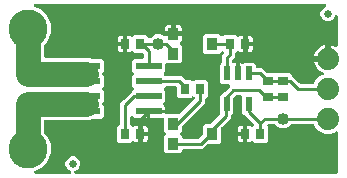
<source format=gbr>
G04 EAGLE Gerber RS-274X export*
G75*
%MOMM*%
%FSLAX34Y34*%
%LPD*%
%INTop Copper*%
%IPPOS*%
%AMOC8*
5,1,8,0,0,1.08239X$1,22.5*%
G01*
%ADD10R,2.209800X0.609600*%
%ADD11C,3.302000*%
%ADD12R,0.550000X1.200000*%
%ADD13R,0.900000X1.000000*%
%ADD14R,0.900000X1.100000*%
%ADD15R,0.900000X0.700000*%
%ADD16R,0.700000X0.900000*%
%ADD17C,1.879600*%
%ADD18C,0.635000*%
%ADD19C,2.133600*%
%ADD20C,0.254000*%
%ADD21C,1.778000*%
%ADD22C,1.016000*%

G36*
X61159Y4327D02*
X61159Y4327D01*
X61229Y4326D01*
X61316Y4347D01*
X61405Y4359D01*
X61470Y4384D01*
X61538Y4401D01*
X61618Y4443D01*
X61701Y4476D01*
X61757Y4517D01*
X61819Y4549D01*
X61886Y4610D01*
X61958Y4662D01*
X62003Y4716D01*
X62055Y4763D01*
X62104Y4838D01*
X62161Y4907D01*
X62191Y4971D01*
X62229Y5029D01*
X62259Y5114D01*
X62297Y5195D01*
X62310Y5264D01*
X62333Y5330D01*
X62340Y5419D01*
X62357Y5507D01*
X62352Y5577D01*
X62358Y5647D01*
X62342Y5735D01*
X62337Y5825D01*
X62315Y5891D01*
X62303Y5960D01*
X62266Y6042D01*
X62239Y6127D01*
X62201Y6186D01*
X62173Y6250D01*
X62117Y6320D01*
X62069Y6396D01*
X62018Y6444D01*
X61974Y6498D01*
X61902Y6553D01*
X61837Y6614D01*
X61776Y6648D01*
X61720Y6690D01*
X61576Y6761D01*
X59975Y7424D01*
X58224Y9175D01*
X57276Y11462D01*
X57276Y13938D01*
X58224Y16225D01*
X59975Y17976D01*
X62262Y18924D01*
X64738Y18924D01*
X67025Y17976D01*
X68776Y16225D01*
X69724Y13938D01*
X69724Y11462D01*
X68776Y9175D01*
X67025Y7424D01*
X65424Y6761D01*
X65364Y6726D01*
X65299Y6700D01*
X65226Y6648D01*
X65148Y6603D01*
X65098Y6555D01*
X65042Y6514D01*
X64984Y6444D01*
X64920Y6382D01*
X64883Y6322D01*
X64839Y6269D01*
X64800Y6187D01*
X64753Y6111D01*
X64733Y6044D01*
X64703Y5981D01*
X64686Y5893D01*
X64660Y5807D01*
X64657Y5737D01*
X64643Y5668D01*
X64649Y5579D01*
X64645Y5489D01*
X64659Y5421D01*
X64663Y5351D01*
X64691Y5266D01*
X64709Y5178D01*
X64740Y5115D01*
X64761Y5049D01*
X64809Y4973D01*
X64849Y4892D01*
X64894Y4839D01*
X64931Y4780D01*
X64997Y4718D01*
X65055Y4650D01*
X65112Y4610D01*
X65163Y4562D01*
X65242Y4519D01*
X65315Y4467D01*
X65380Y4442D01*
X65441Y4408D01*
X65528Y4386D01*
X65612Y4354D01*
X65682Y4346D01*
X65749Y4329D01*
X65910Y4319D01*
X286512Y4319D01*
X286630Y4334D01*
X286749Y4341D01*
X286787Y4354D01*
X286828Y4359D01*
X286938Y4402D01*
X287051Y4439D01*
X287086Y4461D01*
X287123Y4476D01*
X287219Y4545D01*
X287320Y4609D01*
X287348Y4639D01*
X287381Y4662D01*
X287457Y4754D01*
X287538Y4841D01*
X287558Y4876D01*
X287583Y4907D01*
X287634Y5015D01*
X287692Y5119D01*
X287702Y5159D01*
X287719Y5195D01*
X287741Y5312D01*
X287771Y5427D01*
X287775Y5487D01*
X287779Y5507D01*
X287777Y5528D01*
X287781Y5588D01*
X287781Y38900D01*
X287775Y38949D01*
X287777Y38999D01*
X287755Y39106D01*
X287741Y39215D01*
X287723Y39261D01*
X287713Y39310D01*
X287665Y39409D01*
X287624Y39511D01*
X287595Y39551D01*
X287573Y39596D01*
X287502Y39680D01*
X287438Y39768D01*
X287399Y39800D01*
X287367Y39838D01*
X287277Y39901D01*
X287193Y39971D01*
X287148Y39992D01*
X287107Y40021D01*
X287004Y40060D01*
X286905Y40107D01*
X286856Y40116D01*
X286810Y40134D01*
X286700Y40146D01*
X286593Y40167D01*
X286543Y40163D01*
X286494Y40169D01*
X286385Y40154D01*
X286275Y40147D01*
X286228Y40131D01*
X286179Y40125D01*
X286026Y40072D01*
X281876Y38353D01*
X276924Y38353D01*
X272350Y40248D01*
X268848Y43750D01*
X268041Y45698D01*
X268027Y45723D01*
X268017Y45751D01*
X267948Y45861D01*
X267884Y45974D01*
X267863Y45995D01*
X267847Y46020D01*
X267753Y46109D01*
X267662Y46202D01*
X267637Y46218D01*
X267616Y46238D01*
X267502Y46301D01*
X267391Y46369D01*
X267363Y46377D01*
X267337Y46392D01*
X267211Y46424D01*
X267087Y46462D01*
X267058Y46464D01*
X267029Y46471D01*
X266869Y46481D01*
X249003Y46481D01*
X248905Y46469D01*
X248806Y46466D01*
X248747Y46449D01*
X248687Y46441D01*
X248595Y46405D01*
X248500Y46377D01*
X248448Y46347D01*
X248392Y46324D01*
X248312Y46266D01*
X248226Y46216D01*
X248151Y46150D01*
X248134Y46138D01*
X248126Y46128D01*
X248105Y46110D01*
X245905Y43909D01*
X242917Y42671D01*
X239683Y42671D01*
X236695Y43909D01*
X234495Y46110D01*
X234416Y46170D01*
X234344Y46238D01*
X234291Y46267D01*
X234243Y46304D01*
X234152Y46344D01*
X234066Y46392D01*
X234007Y46407D01*
X233952Y46431D01*
X233854Y46446D01*
X233758Y46471D01*
X233658Y46477D01*
X233637Y46481D01*
X233625Y46479D01*
X233597Y46481D01*
X229395Y46481D01*
X229257Y46464D01*
X229118Y46451D01*
X229099Y46444D01*
X229079Y46441D01*
X228950Y46390D01*
X228819Y46343D01*
X228802Y46332D01*
X228783Y46324D01*
X228671Y46243D01*
X228556Y46165D01*
X228542Y46149D01*
X228526Y46138D01*
X228437Y46030D01*
X228345Y45926D01*
X228336Y45908D01*
X228323Y45893D01*
X228264Y45767D01*
X228201Y45643D01*
X228196Y45623D01*
X228188Y45605D01*
X228162Y45468D01*
X228131Y45333D01*
X228132Y45312D01*
X228128Y45293D01*
X228136Y45154D01*
X228141Y45015D01*
X228146Y44995D01*
X228148Y44975D01*
X228190Y44843D01*
X228229Y44709D01*
X228239Y44692D01*
X228246Y44673D01*
X228320Y44555D01*
X228391Y44435D01*
X228409Y44414D01*
X228416Y44404D01*
X228431Y44390D01*
X228497Y44315D01*
X228949Y43863D01*
X228949Y32337D01*
X227163Y30551D01*
X217637Y30551D01*
X216438Y31750D01*
X216344Y31823D01*
X216255Y31902D01*
X216219Y31920D01*
X216187Y31945D01*
X216078Y31992D01*
X215972Y32047D01*
X215932Y32055D01*
X215895Y32071D01*
X215777Y32090D01*
X215661Y32116D01*
X215621Y32115D01*
X215581Y32121D01*
X215462Y32110D01*
X215344Y32107D01*
X215305Y32095D01*
X215264Y32091D01*
X215152Y32051D01*
X215038Y32018D01*
X215003Y31998D01*
X214965Y31984D01*
X214867Y31917D01*
X214764Y31857D01*
X214719Y31817D01*
X214702Y31805D01*
X214689Y31790D01*
X214643Y31750D01*
X214460Y31567D01*
X213881Y31232D01*
X213234Y31059D01*
X211149Y31059D01*
X211149Y37620D01*
X211134Y37738D01*
X211127Y37857D01*
X211114Y37895D01*
X211109Y37935D01*
X211066Y38046D01*
X211050Y38094D01*
X211060Y38112D01*
X211070Y38151D01*
X211087Y38187D01*
X211109Y38304D01*
X211139Y38420D01*
X211143Y38480D01*
X211147Y38500D01*
X211146Y38506D01*
X211147Y38508D01*
X211146Y38524D01*
X211149Y38580D01*
X211149Y45141D01*
X213234Y45141D01*
X213881Y44968D01*
X214460Y44633D01*
X214643Y44450D01*
X214737Y44377D01*
X214827Y44298D01*
X214863Y44280D01*
X214895Y44255D01*
X215004Y44207D01*
X215110Y44153D01*
X215149Y44145D01*
X215186Y44129D01*
X215304Y44110D01*
X215420Y44084D01*
X215460Y44085D01*
X215501Y44079D01*
X215619Y44090D01*
X215738Y44094D01*
X215777Y44105D01*
X215817Y44109D01*
X215929Y44149D01*
X216044Y44182D01*
X216078Y44202D01*
X216116Y44216D01*
X216215Y44283D01*
X216318Y44343D01*
X216363Y44383D01*
X216380Y44395D01*
X216393Y44410D01*
X216438Y44450D01*
X216663Y44675D01*
X216736Y44769D01*
X216815Y44858D01*
X216833Y44894D01*
X216858Y44926D01*
X216905Y45035D01*
X216959Y45141D01*
X216968Y45181D01*
X216984Y45218D01*
X217003Y45335D01*
X217029Y45451D01*
X217028Y45492D01*
X217034Y45532D01*
X217023Y45650D01*
X217019Y45769D01*
X217008Y45808D01*
X217004Y45848D01*
X216964Y45961D01*
X216931Y46075D01*
X216910Y46109D01*
X216897Y46148D01*
X216830Y46246D01*
X216769Y46349D01*
X216729Y46394D01*
X216718Y46411D01*
X216703Y46424D01*
X216663Y46469D01*
X209354Y53779D01*
X209276Y53839D01*
X209204Y53907D01*
X209151Y53936D01*
X209103Y53973D01*
X209012Y54013D01*
X208925Y54061D01*
X208866Y54076D01*
X208811Y54100D01*
X208724Y54114D01*
X206901Y55936D01*
X206901Y69342D01*
X206886Y69460D01*
X206879Y69579D01*
X206866Y69617D01*
X206861Y69658D01*
X206818Y69768D01*
X206781Y69881D01*
X206759Y69916D01*
X206744Y69953D01*
X206675Y70049D01*
X206611Y70150D01*
X206581Y70178D01*
X206558Y70211D01*
X206466Y70287D01*
X206379Y70368D01*
X206344Y70388D01*
X206313Y70413D01*
X206205Y70464D01*
X206101Y70522D01*
X206061Y70532D01*
X206025Y70549D01*
X205908Y70571D01*
X205793Y70601D01*
X205733Y70605D01*
X205713Y70609D01*
X205692Y70607D01*
X205632Y70611D01*
X201705Y70611D01*
X201606Y70599D01*
X201507Y70596D01*
X201449Y70579D01*
X201389Y70571D01*
X201297Y70535D01*
X201202Y70507D01*
X201150Y70477D01*
X201093Y70454D01*
X201013Y70396D01*
X200928Y70346D01*
X200853Y70280D01*
X200836Y70268D01*
X200828Y70258D01*
X200807Y70240D01*
X199870Y69303D01*
X199810Y69225D01*
X199742Y69153D01*
X199713Y69100D01*
X199676Y69052D01*
X199636Y68961D01*
X199588Y68874D01*
X199573Y68815D01*
X199549Y68760D01*
X199534Y68662D01*
X199509Y68566D01*
X199503Y68466D01*
X199499Y68446D01*
X199501Y68433D01*
X199499Y68405D01*
X199499Y55936D01*
X197730Y54168D01*
X197670Y54090D01*
X197602Y54018D01*
X197573Y53965D01*
X197536Y53917D01*
X197496Y53826D01*
X197448Y53739D01*
X197433Y53680D01*
X197409Y53625D01*
X197394Y53527D01*
X197369Y53431D01*
X197363Y53331D01*
X197359Y53311D01*
X197361Y53298D01*
X197359Y53270D01*
X197359Y51551D01*
X189520Y43713D01*
X189460Y43635D01*
X189392Y43562D01*
X189363Y43509D01*
X189326Y43462D01*
X189286Y43371D01*
X189238Y43284D01*
X189223Y43225D01*
X189199Y43170D01*
X189184Y43072D01*
X189159Y42976D01*
X189153Y42876D01*
X189149Y42856D01*
X189151Y42843D01*
X189149Y42815D01*
X189149Y31337D01*
X187363Y29551D01*
X178425Y29551D01*
X178326Y29539D01*
X178227Y29536D01*
X178169Y29519D01*
X178109Y29511D01*
X178017Y29475D01*
X177922Y29447D01*
X177870Y29417D01*
X177813Y29394D01*
X177733Y29336D01*
X177648Y29286D01*
X177573Y29220D01*
X177556Y29208D01*
X177548Y29198D01*
X177527Y29180D01*
X173629Y25281D01*
X157418Y25281D01*
X157300Y25266D01*
X157181Y25259D01*
X157143Y25246D01*
X157102Y25241D01*
X156992Y25198D01*
X156879Y25161D01*
X156844Y25139D01*
X156807Y25124D01*
X156711Y25055D01*
X156610Y24991D01*
X156582Y24961D01*
X156549Y24938D01*
X156473Y24846D01*
X156392Y24759D01*
X156372Y24724D01*
X156347Y24693D01*
X156296Y24585D01*
X156238Y24481D01*
X156228Y24441D01*
X156211Y24405D01*
X156189Y24288D01*
X156159Y24173D01*
X156155Y24113D01*
X156151Y24093D01*
X156153Y24072D01*
X156149Y24012D01*
X156149Y23337D01*
X154363Y21551D01*
X142837Y21551D01*
X141051Y23337D01*
X141051Y35863D01*
X142391Y37203D01*
X142464Y37297D01*
X142543Y37386D01*
X142561Y37422D01*
X142586Y37454D01*
X142633Y37563D01*
X142687Y37669D01*
X142696Y37708D01*
X142712Y37746D01*
X142731Y37863D01*
X142757Y37979D01*
X142756Y38020D01*
X142762Y38060D01*
X142751Y38178D01*
X142747Y38297D01*
X142736Y38336D01*
X142732Y38376D01*
X142692Y38488D01*
X142659Y38603D01*
X142638Y38638D01*
X142625Y38676D01*
X142558Y38774D01*
X142497Y38877D01*
X142458Y38922D01*
X142446Y38939D01*
X142431Y38952D01*
X142391Y38998D01*
X141051Y40337D01*
X141051Y50418D01*
X141035Y50543D01*
X141026Y50668D01*
X141016Y50700D01*
X141011Y50733D01*
X140965Y50850D01*
X140925Y50969D01*
X140907Y50998D01*
X140894Y51029D01*
X140821Y51131D01*
X140752Y51236D01*
X140727Y51259D01*
X140708Y51286D01*
X140611Y51367D01*
X140518Y51452D01*
X140489Y51468D01*
X140463Y51489D01*
X140349Y51543D01*
X140238Y51602D01*
X140205Y51610D01*
X140175Y51625D01*
X140052Y51648D01*
X139929Y51679D01*
X139896Y51678D01*
X139863Y51685D01*
X139737Y51677D01*
X139611Y51676D01*
X139563Y51666D01*
X139545Y51665D01*
X139525Y51658D01*
X139453Y51644D01*
X139145Y51561D01*
X129285Y51561D01*
X129285Y55627D01*
X141389Y55627D01*
X141392Y55602D01*
X141435Y55492D01*
X141472Y55379D01*
X141494Y55344D01*
X141509Y55307D01*
X141578Y55211D01*
X141642Y55110D01*
X141672Y55082D01*
X141695Y55049D01*
X141787Y54973D01*
X141874Y54892D01*
X141909Y54872D01*
X141940Y54847D01*
X142048Y54796D01*
X142152Y54738D01*
X142192Y54728D01*
X142228Y54711D01*
X142345Y54689D01*
X142460Y54659D01*
X142520Y54655D01*
X142540Y54651D01*
X142561Y54653D01*
X142621Y54649D01*
X153425Y54649D01*
X153524Y54661D01*
X153623Y54664D01*
X153681Y54681D01*
X153741Y54689D01*
X153833Y54725D01*
X153928Y54753D01*
X153980Y54783D01*
X154037Y54806D01*
X154117Y54864D01*
X154202Y54914D01*
X154277Y54980D01*
X154294Y54992D01*
X154302Y55002D01*
X154323Y55020D01*
X166498Y67196D01*
X166571Y67290D01*
X166650Y67379D01*
X166668Y67415D01*
X166693Y67447D01*
X166740Y67556D01*
X166794Y67662D01*
X166803Y67702D01*
X166819Y67739D01*
X166838Y67856D01*
X166864Y67972D01*
X166863Y68013D01*
X166869Y68053D01*
X166858Y68171D01*
X166854Y68290D01*
X166843Y68329D01*
X166839Y68369D01*
X166799Y68482D01*
X166766Y68596D01*
X166745Y68631D01*
X166732Y68669D01*
X166665Y68767D01*
X166604Y68870D01*
X166564Y68915D01*
X166553Y68932D01*
X166538Y68945D01*
X166498Y68991D01*
X165998Y69491D01*
X165903Y69564D01*
X165814Y69643D01*
X165778Y69661D01*
X165746Y69686D01*
X165637Y69733D01*
X165531Y69787D01*
X165492Y69796D01*
X165454Y69812D01*
X165337Y69831D01*
X165221Y69857D01*
X165180Y69856D01*
X165140Y69862D01*
X165022Y69851D01*
X164903Y69847D01*
X164864Y69836D01*
X164824Y69832D01*
X164711Y69792D01*
X164597Y69759D01*
X164563Y69738D01*
X164524Y69725D01*
X164426Y69658D01*
X164323Y69597D01*
X164278Y69557D01*
X164261Y69546D01*
X164248Y69531D01*
X164203Y69491D01*
X163363Y68651D01*
X153837Y68651D01*
X152051Y70437D01*
X152051Y76962D01*
X152036Y77080D01*
X152029Y77199D01*
X152016Y77237D01*
X152011Y77278D01*
X151968Y77388D01*
X151931Y77501D01*
X151909Y77536D01*
X151894Y77573D01*
X151825Y77669D01*
X151761Y77770D01*
X151731Y77798D01*
X151708Y77831D01*
X151616Y77907D01*
X151529Y77988D01*
X151494Y78008D01*
X151463Y78033D01*
X151355Y78084D01*
X151251Y78142D01*
X151211Y78152D01*
X151175Y78169D01*
X151058Y78191D01*
X150943Y78221D01*
X150883Y78225D01*
X150863Y78229D01*
X150842Y78227D01*
X150782Y78231D01*
X142378Y78231D01*
X142279Y78219D01*
X142180Y78216D01*
X142122Y78199D01*
X142062Y78191D01*
X141970Y78155D01*
X141875Y78127D01*
X141823Y78097D01*
X141766Y78074D01*
X141686Y78016D01*
X141601Y77966D01*
X141526Y77900D01*
X141509Y77888D01*
X141501Y77878D01*
X141480Y77859D01*
X140718Y77097D01*
X140645Y77004D01*
X140566Y76914D01*
X140548Y76878D01*
X140523Y76846D01*
X140476Y76737D01*
X140422Y76631D01*
X140413Y76591D01*
X140397Y76554D01*
X140378Y76437D01*
X140352Y76321D01*
X140353Y76280D01*
X140347Y76240D01*
X140358Y76122D01*
X140362Y76003D01*
X140373Y75964D01*
X140377Y75924D01*
X140417Y75812D01*
X140450Y75697D01*
X140471Y75662D01*
X140484Y75624D01*
X140551Y75526D01*
X140612Y75423D01*
X140651Y75378D01*
X140663Y75361D01*
X140678Y75348D01*
X140718Y75302D01*
X141860Y74161D01*
X141860Y65539D01*
X140359Y64038D01*
X140286Y63944D01*
X140207Y63855D01*
X140189Y63819D01*
X140164Y63787D01*
X140117Y63678D01*
X140062Y63572D01*
X140054Y63532D01*
X140038Y63495D01*
X140019Y63377D01*
X139993Y63261D01*
X139994Y63221D01*
X139988Y63181D01*
X139999Y63062D01*
X140003Y62944D01*
X140014Y62905D01*
X140018Y62864D01*
X140058Y62752D01*
X140091Y62638D01*
X140111Y62603D01*
X140125Y62565D01*
X140192Y62467D01*
X140252Y62364D01*
X140292Y62319D01*
X140304Y62302D01*
X140319Y62289D01*
X140359Y62243D01*
X140844Y61758D01*
X141179Y61179D01*
X141352Y60532D01*
X141352Y58673D01*
X128016Y58673D01*
X127898Y58658D01*
X127779Y58651D01*
X127741Y58638D01*
X127701Y58633D01*
X127590Y58590D01*
X127477Y58553D01*
X127443Y58531D01*
X127405Y58516D01*
X127309Y58447D01*
X127208Y58383D01*
X127180Y58353D01*
X127148Y58330D01*
X127072Y58238D01*
X126990Y58151D01*
X126971Y58116D01*
X126945Y58085D01*
X126912Y58014D01*
X126897Y58008D01*
X126800Y57938D01*
X126700Y57875D01*
X126672Y57845D01*
X126639Y57821D01*
X126563Y57730D01*
X126482Y57643D01*
X126462Y57608D01*
X126437Y57576D01*
X126386Y57469D01*
X126328Y57364D01*
X126318Y57325D01*
X126301Y57289D01*
X126279Y57172D01*
X126249Y57056D01*
X126245Y56996D01*
X126241Y56976D01*
X126243Y56956D01*
X126239Y56896D01*
X126239Y51561D01*
X116379Y51561D01*
X115732Y51734D01*
X115153Y52069D01*
X114680Y52542D01*
X114637Y52616D01*
X114549Y52732D01*
X114464Y52850D01*
X114453Y52859D01*
X114445Y52869D01*
X114331Y52960D01*
X114219Y53053D01*
X114206Y53059D01*
X114196Y53067D01*
X114062Y53126D01*
X113931Y53188D01*
X113918Y53191D01*
X113905Y53196D01*
X113762Y53221D01*
X113618Y53248D01*
X113605Y53247D01*
X113592Y53249D01*
X113446Y53237D01*
X113301Y53228D01*
X113288Y53224D01*
X113275Y53223D01*
X113137Y53175D01*
X112999Y53130D01*
X112987Y53123D01*
X112974Y53119D01*
X112853Y53038D01*
X112730Y52960D01*
X112721Y52950D01*
X112709Y52943D01*
X112612Y52835D01*
X112512Y52729D01*
X112505Y52717D01*
X112496Y52707D01*
X112428Y52577D01*
X112358Y52450D01*
X112355Y52437D01*
X112349Y52425D01*
X112315Y52282D01*
X112279Y52142D01*
X112278Y52124D01*
X112276Y52116D01*
X112276Y52098D01*
X112269Y51981D01*
X112269Y46469D01*
X112281Y46370D01*
X112284Y46271D01*
X112301Y46213D01*
X112309Y46153D01*
X112345Y46061D01*
X112373Y45966D01*
X112403Y45914D01*
X112426Y45857D01*
X112484Y45777D01*
X112534Y45692D01*
X112600Y45617D01*
X112612Y45600D01*
X112622Y45592D01*
X112640Y45571D01*
X113762Y44450D01*
X113856Y44377D01*
X113945Y44298D01*
X113981Y44280D01*
X114013Y44255D01*
X114122Y44208D01*
X114228Y44153D01*
X114268Y44145D01*
X114305Y44129D01*
X114423Y44110D01*
X114539Y44084D01*
X114579Y44085D01*
X114619Y44079D01*
X114738Y44090D01*
X114856Y44093D01*
X114895Y44105D01*
X114936Y44109D01*
X115048Y44149D01*
X115162Y44182D01*
X115197Y44202D01*
X115235Y44216D01*
X115333Y44283D01*
X115436Y44343D01*
X115481Y44383D01*
X115498Y44395D01*
X115511Y44410D01*
X115557Y44450D01*
X115740Y44633D01*
X116319Y44968D01*
X116966Y45141D01*
X119051Y45141D01*
X119051Y38580D01*
X119066Y38462D01*
X119073Y38343D01*
X119085Y38305D01*
X119091Y38265D01*
X119134Y38154D01*
X119150Y38106D01*
X119140Y38088D01*
X119130Y38049D01*
X119113Y38013D01*
X119091Y37896D01*
X119061Y37780D01*
X119057Y37720D01*
X119053Y37700D01*
X119055Y37680D01*
X119051Y37620D01*
X119051Y31059D01*
X116966Y31059D01*
X116319Y31232D01*
X115740Y31567D01*
X115557Y31750D01*
X115463Y31823D01*
X115373Y31902D01*
X115337Y31920D01*
X115305Y31945D01*
X115196Y31992D01*
X115090Y32047D01*
X115051Y32055D01*
X115014Y32071D01*
X114896Y32090D01*
X114780Y32116D01*
X114739Y32115D01*
X114699Y32121D01*
X114581Y32110D01*
X114462Y32107D01*
X114423Y32095D01*
X114383Y32091D01*
X114271Y32051D01*
X114156Y32018D01*
X114122Y31998D01*
X114084Y31984D01*
X113985Y31917D01*
X113883Y31857D01*
X113837Y31817D01*
X113820Y31805D01*
X113807Y31790D01*
X113762Y31750D01*
X112563Y30551D01*
X103037Y30551D01*
X101251Y32337D01*
X101251Y43863D01*
X103260Y45871D01*
X103320Y45949D01*
X103388Y46021D01*
X103417Y46074D01*
X103454Y46122D01*
X103494Y46213D01*
X103542Y46300D01*
X103557Y46359D01*
X103581Y46414D01*
X103596Y46512D01*
X103621Y46608D01*
X103627Y46708D01*
X103631Y46728D01*
X103629Y46741D01*
X103631Y46769D01*
X103631Y64019D01*
X106533Y66920D01*
X113293Y73680D01*
X113353Y73758D01*
X113421Y73830D01*
X113450Y73883D01*
X113487Y73931D01*
X113527Y74022D01*
X113528Y74025D01*
X114806Y75302D01*
X114879Y75397D01*
X114958Y75486D01*
X114976Y75522D01*
X115001Y75554D01*
X115048Y75663D01*
X115102Y75769D01*
X115111Y75808D01*
X115127Y75846D01*
X115146Y75963D01*
X115172Y76079D01*
X115171Y76120D01*
X115177Y76160D01*
X115166Y76278D01*
X115162Y76397D01*
X115151Y76436D01*
X115147Y76476D01*
X115107Y76589D01*
X115074Y76703D01*
X115053Y76737D01*
X115040Y76776D01*
X114973Y76874D01*
X114912Y76977D01*
X114872Y77022D01*
X114861Y77039D01*
X114846Y77052D01*
X114806Y77097D01*
X113664Y78239D01*
X113664Y86861D01*
X114806Y88002D01*
X114879Y88097D01*
X114958Y88186D01*
X114976Y88222D01*
X115001Y88254D01*
X115048Y88363D01*
X115102Y88469D01*
X115111Y88508D01*
X115127Y88546D01*
X115146Y88663D01*
X115172Y88779D01*
X115171Y88820D01*
X115177Y88860D01*
X115166Y88978D01*
X115162Y89097D01*
X115151Y89136D01*
X115147Y89176D01*
X115107Y89289D01*
X115074Y89403D01*
X115053Y89437D01*
X115040Y89476D01*
X114973Y89574D01*
X114912Y89677D01*
X114872Y89722D01*
X114861Y89739D01*
X114846Y89752D01*
X114806Y89797D01*
X113664Y90939D01*
X113664Y99561D01*
X115450Y101347D01*
X122174Y101347D01*
X122292Y101362D01*
X122411Y101369D01*
X122449Y101382D01*
X122490Y101387D01*
X122600Y101430D01*
X122713Y101467D01*
X122748Y101489D01*
X122785Y101504D01*
X122881Y101573D01*
X122982Y101637D01*
X123010Y101667D01*
X123043Y101690D01*
X123119Y101782D01*
X123200Y101869D01*
X123220Y101904D01*
X123245Y101935D01*
X123296Y102043D01*
X123354Y102147D01*
X123364Y102187D01*
X123381Y102223D01*
X123403Y102340D01*
X123433Y102455D01*
X123437Y102515D01*
X123441Y102535D01*
X123439Y102556D01*
X123443Y102616D01*
X123443Y105482D01*
X123428Y105600D01*
X123421Y105719D01*
X123408Y105757D01*
X123403Y105798D01*
X123360Y105908D01*
X123323Y106021D01*
X123301Y106056D01*
X123286Y106093D01*
X123217Y106189D01*
X123153Y106290D01*
X123123Y106318D01*
X123100Y106351D01*
X123008Y106427D01*
X122921Y106508D01*
X122886Y106528D01*
X122855Y106553D01*
X122747Y106604D01*
X122643Y106662D01*
X122603Y106672D01*
X122567Y106689D01*
X122450Y106711D01*
X122335Y106741D01*
X122275Y106745D01*
X122255Y106749D01*
X122234Y106747D01*
X122174Y106751D01*
X116037Y106751D01*
X114838Y107950D01*
X114744Y108023D01*
X114655Y108102D01*
X114619Y108120D01*
X114587Y108145D01*
X114478Y108192D01*
X114372Y108247D01*
X114332Y108255D01*
X114295Y108271D01*
X114177Y108290D01*
X114061Y108316D01*
X114021Y108315D01*
X113981Y108321D01*
X113862Y108310D01*
X113743Y108306D01*
X113705Y108295D01*
X113664Y108291D01*
X113552Y108251D01*
X113438Y108218D01*
X113403Y108198D01*
X113365Y108184D01*
X113267Y108117D01*
X113164Y108057D01*
X113119Y108017D01*
X113102Y108005D01*
X113088Y107990D01*
X113043Y107950D01*
X112860Y107767D01*
X112281Y107432D01*
X111634Y107259D01*
X109549Y107259D01*
X109549Y113820D01*
X109534Y113938D01*
X109527Y114057D01*
X109514Y114095D01*
X109509Y114135D01*
X109466Y114246D01*
X109450Y114294D01*
X109460Y114312D01*
X109470Y114351D01*
X109487Y114387D01*
X109509Y114504D01*
X109539Y114620D01*
X109543Y114680D01*
X109547Y114700D01*
X109545Y114720D01*
X109549Y114780D01*
X109549Y121341D01*
X111634Y121341D01*
X112281Y121168D01*
X112860Y120833D01*
X113043Y120650D01*
X113137Y120577D01*
X113227Y120498D01*
X113263Y120480D01*
X113295Y120455D01*
X113404Y120408D01*
X113510Y120353D01*
X113549Y120345D01*
X113586Y120329D01*
X113704Y120310D01*
X113820Y120284D01*
X113861Y120285D01*
X113901Y120279D01*
X114019Y120290D01*
X114138Y120293D01*
X114177Y120305D01*
X114217Y120309D01*
X114329Y120349D01*
X114444Y120382D01*
X114478Y120402D01*
X114516Y120416D01*
X114615Y120483D01*
X114717Y120543D01*
X114763Y120583D01*
X114780Y120595D01*
X114793Y120610D01*
X114838Y120650D01*
X116037Y121849D01*
X125563Y121849D01*
X127385Y120027D01*
X127386Y120023D01*
X127389Y120003D01*
X127440Y119874D01*
X127487Y119743D01*
X127498Y119726D01*
X127506Y119708D01*
X127587Y119595D01*
X127665Y119480D01*
X127681Y119467D01*
X127692Y119450D01*
X127800Y119361D01*
X127904Y119269D01*
X127922Y119260D01*
X127937Y119247D01*
X128063Y119188D01*
X128187Y119125D01*
X128207Y119120D01*
X128225Y119112D01*
X128362Y119086D01*
X128497Y119055D01*
X128518Y119056D01*
X128537Y119052D01*
X128676Y119061D01*
X128815Y119065D01*
X128835Y119071D01*
X128855Y119072D01*
X128987Y119115D01*
X129121Y119153D01*
X129138Y119164D01*
X129157Y119170D01*
X129275Y119244D01*
X129395Y119315D01*
X129416Y119333D01*
X129426Y119340D01*
X129440Y119355D01*
X129515Y119421D01*
X131285Y121191D01*
X134273Y122429D01*
X137507Y122429D01*
X140495Y121191D01*
X140763Y120922D01*
X140842Y120862D01*
X140914Y120794D01*
X140967Y120765D01*
X141015Y120728D01*
X141106Y120688D01*
X141192Y120640D01*
X141251Y120625D01*
X141306Y120601D01*
X141404Y120586D01*
X141500Y120561D01*
X141600Y120555D01*
X141621Y120551D01*
X141633Y120552D01*
X141661Y120551D01*
X147620Y120551D01*
X147738Y120566D01*
X147857Y120573D01*
X147895Y120585D01*
X147935Y120591D01*
X148046Y120634D01*
X148159Y120671D01*
X148193Y120693D01*
X148231Y120708D01*
X148327Y120777D01*
X148428Y120841D01*
X148456Y120871D01*
X148488Y120894D01*
X148564Y120986D01*
X148596Y121020D01*
X148601Y121012D01*
X148631Y120984D01*
X148655Y120951D01*
X148746Y120875D01*
X148833Y120794D01*
X148868Y120774D01*
X148900Y120749D01*
X149007Y120698D01*
X149112Y120640D01*
X149151Y120630D01*
X149187Y120613D01*
X149304Y120591D01*
X149420Y120561D01*
X149480Y120557D01*
X149500Y120553D01*
X149520Y120555D01*
X149580Y120551D01*
X155641Y120551D01*
X155641Y117466D01*
X155468Y116819D01*
X155133Y116240D01*
X154639Y115746D01*
X154588Y115707D01*
X154484Y115637D01*
X154462Y115611D01*
X154435Y115591D01*
X154357Y115492D01*
X154273Y115398D01*
X154258Y115368D01*
X154237Y115342D01*
X154186Y115227D01*
X154129Y115115D01*
X154121Y115082D01*
X154108Y115051D01*
X154087Y114927D01*
X154059Y114805D01*
X154060Y114771D01*
X154055Y114738D01*
X154065Y114612D01*
X154069Y114487D01*
X154078Y114454D01*
X154081Y114421D01*
X154122Y114302D01*
X154157Y114181D01*
X154174Y114152D01*
X154185Y114120D01*
X154255Y114016D01*
X154319Y113907D01*
X154351Y113871D01*
X154361Y113855D01*
X154377Y113841D01*
X154425Y113786D01*
X156149Y112063D01*
X156149Y99537D01*
X154363Y97751D01*
X143129Y97751D01*
X143011Y97736D01*
X142892Y97729D01*
X142854Y97716D01*
X142813Y97711D01*
X142703Y97668D01*
X142590Y97631D01*
X142555Y97609D01*
X142518Y97594D01*
X142422Y97525D01*
X142321Y97461D01*
X142293Y97431D01*
X142260Y97408D01*
X142184Y97316D01*
X142103Y97229D01*
X142083Y97194D01*
X142058Y97163D01*
X142007Y97055D01*
X141949Y96951D01*
X141939Y96911D01*
X141922Y96875D01*
X141900Y96758D01*
X141870Y96643D01*
X141866Y96583D01*
X141862Y96563D01*
X141864Y96542D01*
X141860Y96482D01*
X141860Y90939D01*
X140718Y89797D01*
X140645Y89703D01*
X140566Y89614D01*
X140548Y89578D01*
X140523Y89546D01*
X140476Y89437D01*
X140422Y89331D01*
X140413Y89292D01*
X140397Y89254D01*
X140378Y89137D01*
X140352Y89021D01*
X140353Y88980D01*
X140347Y88940D01*
X140358Y88822D01*
X140362Y88703D01*
X140373Y88664D01*
X140377Y88624D01*
X140417Y88511D01*
X140450Y88397D01*
X140471Y88362D01*
X140484Y88324D01*
X140551Y88226D01*
X140612Y88123D01*
X140652Y88078D01*
X140663Y88061D01*
X140678Y88048D01*
X140718Y88002D01*
X141480Y87240D01*
X141558Y87180D01*
X141630Y87112D01*
X141683Y87083D01*
X141731Y87046D01*
X141822Y87006D01*
X141909Y86958D01*
X141967Y86943D01*
X142023Y86919D01*
X142121Y86904D01*
X142217Y86879D01*
X142317Y86873D01*
X142337Y86869D01*
X142350Y86871D01*
X142378Y86869D01*
X155459Y86869D01*
X158207Y84120D01*
X158285Y84060D01*
X158358Y83992D01*
X158411Y83963D01*
X158458Y83926D01*
X158549Y83886D01*
X158636Y83838D01*
X158695Y83823D01*
X158750Y83799D01*
X158848Y83784D01*
X158944Y83759D01*
X159044Y83753D01*
X159064Y83749D01*
X159077Y83751D01*
X159105Y83749D01*
X163363Y83749D01*
X164203Y82909D01*
X164297Y82836D01*
X164386Y82757D01*
X164422Y82739D01*
X164454Y82714D01*
X164563Y82667D01*
X164669Y82613D01*
X164708Y82604D01*
X164746Y82588D01*
X164863Y82569D01*
X164979Y82543D01*
X165020Y82544D01*
X165060Y82538D01*
X165178Y82549D01*
X165297Y82553D01*
X165336Y82564D01*
X165376Y82568D01*
X165488Y82608D01*
X165603Y82641D01*
X165638Y82662D01*
X165676Y82675D01*
X165774Y82742D01*
X165877Y82803D01*
X165922Y82842D01*
X165939Y82854D01*
X165952Y82869D01*
X165998Y82909D01*
X166837Y83749D01*
X176363Y83749D01*
X178149Y81963D01*
X178149Y70437D01*
X176140Y68429D01*
X176080Y68351D01*
X176012Y68279D01*
X175983Y68226D01*
X175946Y68178D01*
X175906Y68087D01*
X175858Y68000D01*
X175843Y67942D01*
X175819Y67886D01*
X175804Y67788D01*
X175779Y67692D01*
X175773Y67592D01*
X175769Y67572D01*
X175771Y67559D01*
X175769Y67531D01*
X175769Y64251D01*
X156520Y45003D01*
X156460Y44925D01*
X156392Y44852D01*
X156363Y44799D01*
X156326Y44752D01*
X156286Y44661D01*
X156238Y44574D01*
X156223Y44515D01*
X156199Y44460D01*
X156184Y44362D01*
X156159Y44266D01*
X156153Y44166D01*
X156149Y44146D01*
X156151Y44133D01*
X156149Y44105D01*
X156149Y40337D01*
X154809Y38998D01*
X154736Y38903D01*
X154657Y38814D01*
X154639Y38778D01*
X154614Y38746D01*
X154567Y38637D01*
X154513Y38531D01*
X154504Y38492D01*
X154488Y38454D01*
X154469Y38337D01*
X154443Y38221D01*
X154444Y38180D01*
X154438Y38140D01*
X154449Y38022D01*
X154453Y37903D01*
X154464Y37864D01*
X154468Y37824D01*
X154508Y37711D01*
X154541Y37597D01*
X154562Y37563D01*
X154575Y37524D01*
X154642Y37426D01*
X154703Y37323D01*
X154743Y37278D01*
X154754Y37261D01*
X154769Y37248D01*
X154809Y37203D01*
X156149Y35863D01*
X156149Y35188D01*
X156164Y35070D01*
X156171Y34951D01*
X156184Y34913D01*
X156189Y34872D01*
X156232Y34762D01*
X156269Y34649D01*
X156291Y34614D01*
X156306Y34577D01*
X156375Y34481D01*
X156439Y34380D01*
X156469Y34352D01*
X156492Y34319D01*
X156584Y34243D01*
X156671Y34162D01*
X156706Y34142D01*
X156737Y34117D01*
X156845Y34066D01*
X156949Y34008D01*
X156989Y33998D01*
X157025Y33981D01*
X157142Y33959D01*
X157257Y33929D01*
X157317Y33925D01*
X157337Y33921D01*
X157358Y33923D01*
X157418Y33919D01*
X169525Y33919D01*
X169624Y33931D01*
X169723Y33934D01*
X169781Y33951D01*
X169841Y33959D01*
X169933Y33995D01*
X170028Y34023D01*
X170080Y34053D01*
X170137Y34076D01*
X170217Y34134D01*
X170302Y34184D01*
X170377Y34250D01*
X170394Y34262D01*
X170402Y34272D01*
X170423Y34290D01*
X173680Y37547D01*
X173740Y37625D01*
X173808Y37698D01*
X173837Y37751D01*
X173874Y37798D01*
X173914Y37889D01*
X173962Y37976D01*
X173977Y38035D01*
X174001Y38090D01*
X174016Y38188D01*
X174041Y38284D01*
X174047Y38384D01*
X174051Y38404D01*
X174049Y38417D01*
X174051Y38445D01*
X174051Y44863D01*
X175837Y46649D01*
X179715Y46649D01*
X179814Y46661D01*
X179913Y46664D01*
X179971Y46681D01*
X180031Y46689D01*
X180123Y46725D01*
X180218Y46753D01*
X180270Y46783D01*
X180327Y46806D01*
X180407Y46864D01*
X180492Y46914D01*
X180567Y46980D01*
X180584Y46992D01*
X180592Y47002D01*
X180613Y47020D01*
X187817Y54225D01*
X187890Y54319D01*
X187969Y54408D01*
X187988Y54444D01*
X188012Y54476D01*
X188060Y54586D01*
X188114Y54692D01*
X188123Y54731D01*
X188139Y54768D01*
X188157Y54886D01*
X188183Y55002D01*
X188182Y55042D01*
X188189Y55082D01*
X188177Y55201D01*
X188174Y55320D01*
X188163Y55359D01*
X188159Y55399D01*
X188118Y55511D01*
X188085Y55625D01*
X188065Y55660D01*
X188051Y55698D01*
X187984Y55797D01*
X187924Y55899D01*
X187901Y55925D01*
X187901Y70462D01*
X189687Y72248D01*
X190074Y72248D01*
X190173Y72260D01*
X190272Y72263D01*
X190330Y72280D01*
X190390Y72288D01*
X190482Y72324D01*
X190577Y72352D01*
X190629Y72382D01*
X190686Y72405D01*
X190766Y72463D01*
X190851Y72513D01*
X190926Y72579D01*
X190943Y72591D01*
X190951Y72601D01*
X190972Y72619D01*
X192283Y73930D01*
X194700Y76347D01*
X196338Y77986D01*
X196423Y78095D01*
X196512Y78202D01*
X196520Y78221D01*
X196533Y78237D01*
X196588Y78365D01*
X196647Y78490D01*
X196651Y78510D01*
X196659Y78529D01*
X196681Y78667D01*
X196707Y78803D01*
X196706Y78823D01*
X196709Y78843D01*
X196696Y78982D01*
X196687Y79120D01*
X196681Y79139D01*
X196679Y79159D01*
X196632Y79291D01*
X196589Y79422D01*
X196579Y79440D01*
X196572Y79459D01*
X196494Y79574D01*
X196419Y79691D01*
X196404Y79705D01*
X196393Y79722D01*
X196289Y79814D01*
X196188Y79909D01*
X196170Y79919D01*
X196155Y79932D01*
X196031Y79996D01*
X195909Y80063D01*
X195889Y80068D01*
X195871Y80077D01*
X195736Y80107D01*
X195601Y80142D01*
X195573Y80144D01*
X195561Y80147D01*
X195541Y80146D01*
X195440Y80152D01*
X189687Y80152D01*
X187901Y81938D01*
X187901Y96464D01*
X189090Y97652D01*
X189150Y97730D01*
X189218Y97802D01*
X189247Y97855D01*
X189284Y97903D01*
X189324Y97994D01*
X189372Y98081D01*
X189387Y98140D01*
X189411Y98195D01*
X189426Y98293D01*
X189451Y98389D01*
X189457Y98489D01*
X189461Y98509D01*
X189459Y98522D01*
X189461Y98550D01*
X189461Y101589D01*
X189619Y101747D01*
X189680Y101825D01*
X189748Y101897D01*
X189777Y101951D01*
X189814Y101998D01*
X189854Y102089D01*
X189902Y102176D01*
X189917Y102235D01*
X189941Y102290D01*
X189956Y102388D01*
X189981Y102484D01*
X189987Y102584D01*
X189991Y102604D01*
X189989Y102617D01*
X189991Y102645D01*
X189991Y104659D01*
X191113Y105781D01*
X191186Y105875D01*
X191265Y105964D01*
X191283Y106000D01*
X191308Y106032D01*
X191355Y106141D01*
X191409Y106247D01*
X191418Y106287D01*
X191434Y106324D01*
X191453Y106441D01*
X191479Y106557D01*
X191478Y106598D01*
X191484Y106638D01*
X191473Y106756D01*
X191469Y106875D01*
X191458Y106914D01*
X191454Y106954D01*
X191414Y107067D01*
X191381Y107181D01*
X191360Y107216D01*
X191347Y107254D01*
X191280Y107352D01*
X191219Y107455D01*
X191179Y107500D01*
X191168Y107517D01*
X191153Y107530D01*
X191113Y107576D01*
X191048Y107641D01*
X190953Y107714D01*
X190864Y107793D01*
X190828Y107811D01*
X190796Y107836D01*
X190687Y107883D01*
X190581Y107937D01*
X190542Y107946D01*
X190504Y107962D01*
X190387Y107981D01*
X190271Y108007D01*
X190230Y108006D01*
X190190Y108012D01*
X190072Y108001D01*
X189953Y107997D01*
X189914Y107986D01*
X189874Y107982D01*
X189761Y107942D01*
X189647Y107909D01*
X189613Y107888D01*
X189574Y107875D01*
X189476Y107808D01*
X189373Y107747D01*
X189328Y107707D01*
X189311Y107696D01*
X189298Y107681D01*
X189253Y107641D01*
X187363Y105751D01*
X175837Y105751D01*
X174051Y107537D01*
X174051Y121063D01*
X175837Y122849D01*
X187363Y122849D01*
X189253Y120959D01*
X189347Y120886D01*
X189436Y120807D01*
X189472Y120789D01*
X189504Y120764D01*
X189613Y120717D01*
X189719Y120663D01*
X189758Y120654D01*
X189796Y120638D01*
X189913Y120619D01*
X190029Y120593D01*
X190070Y120594D01*
X190110Y120588D01*
X190228Y120599D01*
X190347Y120603D01*
X190386Y120614D01*
X190426Y120618D01*
X190538Y120658D01*
X190653Y120691D01*
X190688Y120712D01*
X190726Y120725D01*
X190824Y120792D01*
X190927Y120853D01*
X190972Y120892D01*
X190989Y120904D01*
X191002Y120919D01*
X191048Y120959D01*
X191937Y121849D01*
X201463Y121849D01*
X202662Y120650D01*
X202756Y120577D01*
X202845Y120498D01*
X202881Y120480D01*
X202913Y120455D01*
X203022Y120408D01*
X203128Y120353D01*
X203168Y120345D01*
X203205Y120329D01*
X203323Y120310D01*
X203439Y120284D01*
X203479Y120285D01*
X203519Y120279D01*
X203638Y120290D01*
X203756Y120293D01*
X203795Y120305D01*
X203836Y120309D01*
X203948Y120349D01*
X204062Y120382D01*
X204097Y120402D01*
X204135Y120416D01*
X204233Y120483D01*
X204336Y120543D01*
X204381Y120583D01*
X204398Y120595D01*
X204411Y120610D01*
X204457Y120650D01*
X204640Y120833D01*
X205219Y121168D01*
X205866Y121341D01*
X207951Y121341D01*
X207951Y114780D01*
X207966Y114662D01*
X207973Y114543D01*
X207985Y114505D01*
X207991Y114465D01*
X208034Y114354D01*
X208050Y114306D01*
X208040Y114288D01*
X208030Y114249D01*
X208013Y114213D01*
X207991Y114096D01*
X207961Y113980D01*
X207957Y113920D01*
X207953Y113900D01*
X207955Y113880D01*
X207951Y113820D01*
X207951Y107259D01*
X205866Y107259D01*
X205219Y107432D01*
X204640Y107767D01*
X204457Y107950D01*
X204363Y108023D01*
X204273Y108102D01*
X204237Y108120D01*
X204205Y108145D01*
X204096Y108192D01*
X203990Y108247D01*
X203951Y108255D01*
X203914Y108271D01*
X203796Y108290D01*
X203680Y108316D01*
X203640Y108315D01*
X203599Y108321D01*
X203481Y108310D01*
X203362Y108307D01*
X203323Y108295D01*
X203283Y108291D01*
X203171Y108251D01*
X203056Y108218D01*
X203022Y108198D01*
X202984Y108184D01*
X202885Y108117D01*
X202783Y108057D01*
X202737Y108017D01*
X202720Y108005D01*
X202707Y107990D01*
X202662Y107950D01*
X201390Y106679D01*
X201330Y106601D01*
X201262Y106529D01*
X201233Y106476D01*
X201196Y106428D01*
X201156Y106337D01*
X201108Y106250D01*
X201093Y106192D01*
X201069Y106136D01*
X201054Y106038D01*
X201029Y105942D01*
X201023Y105842D01*
X201019Y105822D01*
X201021Y105809D01*
X201019Y105781D01*
X201019Y103471D01*
X199000Y101453D01*
X198940Y101375D01*
X198872Y101302D01*
X198843Y101249D01*
X198806Y101202D01*
X198766Y101111D01*
X198718Y101024D01*
X198703Y100965D01*
X198679Y100910D01*
X198664Y100812D01*
X198639Y100716D01*
X198633Y100616D01*
X198629Y100596D01*
X198631Y100583D01*
X198629Y100555D01*
X198629Y98997D01*
X198645Y98872D01*
X198654Y98747D01*
X198664Y98715D01*
X198669Y98682D01*
X198715Y98565D01*
X198755Y98445D01*
X198773Y98417D01*
X198786Y98386D01*
X198860Y98284D01*
X198928Y98179D01*
X198953Y98156D01*
X198972Y98129D01*
X199070Y98048D01*
X199162Y97963D01*
X199192Y97947D01*
X199217Y97926D01*
X199331Y97872D01*
X199442Y97813D01*
X199475Y97805D01*
X199505Y97791D01*
X199628Y97767D01*
X199751Y97737D01*
X199785Y97737D01*
X199817Y97731D01*
X199943Y97739D01*
X200069Y97740D01*
X200079Y97742D01*
X201826Y97742D01*
X201826Y89306D01*
X201841Y89188D01*
X201848Y89069D01*
X201860Y89031D01*
X201866Y88991D01*
X201909Y88880D01*
X201946Y88767D01*
X201968Y88733D01*
X201983Y88695D01*
X202052Y88599D01*
X202116Y88498D01*
X202146Y88470D01*
X202169Y88438D01*
X202261Y88362D01*
X202348Y88280D01*
X202383Y88261D01*
X202414Y88235D01*
X202522Y88184D01*
X202626Y88127D01*
X202666Y88117D01*
X202702Y88099D01*
X202819Y88077D01*
X202934Y88047D01*
X202994Y88043D01*
X203014Y88040D01*
X203035Y88041D01*
X203095Y88037D01*
X203305Y88037D01*
X203423Y88052D01*
X203542Y88059D01*
X203580Y88072D01*
X203621Y88077D01*
X203731Y88121D01*
X203844Y88157D01*
X203879Y88179D01*
X203916Y88194D01*
X204012Y88264D01*
X204113Y88327D01*
X204141Y88357D01*
X204174Y88381D01*
X204250Y88472D01*
X204331Y88559D01*
X204351Y88594D01*
X204376Y88626D01*
X204427Y88733D01*
X204485Y88838D01*
X204495Y88877D01*
X204512Y88913D01*
X204534Y89030D01*
X204564Y89146D01*
X204568Y89206D01*
X204572Y89226D01*
X204570Y89246D01*
X204574Y89306D01*
X204574Y97742D01*
X206284Y97742D01*
X207071Y97531D01*
X207176Y97517D01*
X207279Y97493D01*
X207333Y97495D01*
X207386Y97488D01*
X207491Y97500D01*
X207597Y97503D01*
X207648Y97518D01*
X207702Y97524D01*
X207801Y97562D01*
X207902Y97592D01*
X207949Y97619D01*
X207999Y97638D01*
X208085Y97699D01*
X208176Y97753D01*
X208240Y97810D01*
X208258Y97822D01*
X208268Y97834D01*
X208297Y97860D01*
X208687Y98250D01*
X216713Y98250D01*
X218499Y96464D01*
X218499Y94789D01*
X218514Y94671D01*
X218521Y94552D01*
X218534Y94514D01*
X218539Y94473D01*
X218582Y94363D01*
X218619Y94250D01*
X218641Y94215D01*
X218656Y94178D01*
X218725Y94082D01*
X218789Y93981D01*
X218819Y93953D01*
X218842Y93920D01*
X218934Y93844D01*
X219021Y93763D01*
X219056Y93743D01*
X219087Y93718D01*
X219195Y93667D01*
X219299Y93609D01*
X219339Y93599D01*
X219375Y93582D01*
X219492Y93560D01*
X219607Y93530D01*
X219667Y93526D01*
X219687Y93522D01*
X219708Y93524D01*
X219768Y93520D01*
X223738Y93520D01*
X227637Y89620D01*
X227715Y89560D01*
X227788Y89492D01*
X227841Y89463D01*
X227888Y89426D01*
X227979Y89386D01*
X228066Y89338D01*
X228125Y89323D01*
X228180Y89299D01*
X228278Y89284D01*
X228374Y89259D01*
X228474Y89253D01*
X228494Y89249D01*
X228507Y89251D01*
X228535Y89249D01*
X234570Y89249D01*
X234595Y89238D01*
X234713Y89219D01*
X234829Y89193D01*
X234870Y89194D01*
X234909Y89188D01*
X235028Y89199D01*
X235147Y89203D01*
X235186Y89214D01*
X235226Y89218D01*
X235313Y89249D01*
X247063Y89249D01*
X249184Y87127D01*
X249192Y87116D01*
X249202Y87108D01*
X249220Y87087D01*
X255417Y80890D01*
X255495Y80830D01*
X255568Y80762D01*
X255621Y80733D01*
X255668Y80696D01*
X255759Y80656D01*
X255846Y80608D01*
X255905Y80593D01*
X255960Y80569D01*
X256058Y80554D01*
X256154Y80529D01*
X256254Y80523D01*
X256274Y80519D01*
X256287Y80521D01*
X256315Y80519D01*
X266869Y80519D01*
X266898Y80522D01*
X266927Y80520D01*
X267055Y80542D01*
X267184Y80559D01*
X267211Y80569D01*
X267241Y80574D01*
X267359Y80628D01*
X267480Y80676D01*
X267504Y80693D01*
X267531Y80705D01*
X267632Y80786D01*
X267737Y80862D01*
X267756Y80885D01*
X267779Y80904D01*
X267857Y81007D01*
X267940Y81107D01*
X267953Y81134D01*
X267970Y81158D01*
X268041Y81302D01*
X268848Y83250D01*
X272350Y86752D01*
X275375Y88005D01*
X275401Y88020D01*
X275430Y88029D01*
X275539Y88099D01*
X275652Y88163D01*
X275673Y88184D01*
X275698Y88200D01*
X275787Y88294D01*
X275880Y88384D01*
X275896Y88410D01*
X275916Y88431D01*
X275979Y88545D01*
X276046Y88655D01*
X276055Y88684D01*
X276069Y88710D01*
X276102Y88835D01*
X276140Y88959D01*
X276141Y88989D01*
X276149Y89018D01*
X276149Y89148D01*
X276155Y89277D01*
X276149Y89306D01*
X276149Y89336D01*
X276117Y89461D01*
X276091Y89588D01*
X276078Y89615D01*
X276070Y89644D01*
X276008Y89757D01*
X275951Y89874D01*
X275932Y89897D01*
X275917Y89923D01*
X275829Y90017D01*
X275745Y90116D01*
X275720Y90133D01*
X275700Y90155D01*
X275591Y90224D01*
X275485Y90299D01*
X275457Y90310D01*
X275431Y90326D01*
X275282Y90385D01*
X274817Y90536D01*
X273143Y91389D01*
X271622Y92494D01*
X270294Y93822D01*
X269189Y95343D01*
X268336Y97017D01*
X267755Y98804D01*
X267715Y99061D01*
X278130Y99061D01*
X278248Y99076D01*
X278367Y99083D01*
X278405Y99096D01*
X278445Y99101D01*
X278556Y99144D01*
X278669Y99181D01*
X278703Y99203D01*
X278741Y99218D01*
X278837Y99288D01*
X278938Y99351D01*
X278966Y99381D01*
X278998Y99404D01*
X279074Y99496D01*
X279156Y99583D01*
X279175Y99618D01*
X279201Y99649D01*
X279252Y99757D01*
X279309Y99861D01*
X279320Y99901D01*
X279337Y99937D01*
X279359Y100054D01*
X279389Y100169D01*
X279393Y100230D01*
X279397Y100250D01*
X279395Y100270D01*
X279399Y100330D01*
X279399Y101601D01*
X280670Y101601D01*
X280788Y101616D01*
X280907Y101623D01*
X280945Y101636D01*
X280985Y101641D01*
X281096Y101685D01*
X281209Y101721D01*
X281244Y101743D01*
X281281Y101758D01*
X281377Y101828D01*
X281478Y101891D01*
X281506Y101921D01*
X281539Y101945D01*
X281614Y102036D01*
X281696Y102123D01*
X281716Y102158D01*
X281741Y102190D01*
X281792Y102297D01*
X281850Y102402D01*
X281860Y102441D01*
X281877Y102477D01*
X281899Y102594D01*
X281929Y102709D01*
X281933Y102770D01*
X281937Y102790D01*
X281935Y102810D01*
X281939Y102870D01*
X281939Y113285D01*
X282196Y113245D01*
X283983Y112664D01*
X285657Y111811D01*
X285766Y111732D01*
X285801Y111713D01*
X285831Y111687D01*
X285940Y111636D01*
X286044Y111579D01*
X286083Y111569D01*
X286119Y111552D01*
X286236Y111529D01*
X286353Y111500D01*
X286392Y111500D01*
X286432Y111492D01*
X286551Y111500D01*
X286671Y111499D01*
X286709Y111509D01*
X286749Y111512D01*
X286863Y111549D01*
X286979Y111578D01*
X287014Y111598D01*
X287051Y111610D01*
X287152Y111674D01*
X287257Y111731D01*
X287286Y111759D01*
X287320Y111780D01*
X287402Y111867D01*
X287489Y111949D01*
X287511Y111983D01*
X287538Y112012D01*
X287596Y112116D01*
X287660Y112217D01*
X287672Y112255D01*
X287692Y112290D01*
X287721Y112406D01*
X287759Y112520D01*
X287761Y112560D01*
X287771Y112598D01*
X287781Y112759D01*
X287781Y137290D01*
X287773Y137359D01*
X287774Y137429D01*
X287753Y137516D01*
X287741Y137605D01*
X287716Y137670D01*
X287699Y137738D01*
X287657Y137818D01*
X287624Y137901D01*
X287583Y137957D01*
X287551Y138019D01*
X287490Y138086D01*
X287438Y138158D01*
X287384Y138203D01*
X287337Y138255D01*
X287262Y138304D01*
X287193Y138361D01*
X287129Y138391D01*
X287071Y138429D01*
X286986Y138459D01*
X286905Y138497D01*
X286836Y138510D01*
X286770Y138533D01*
X286681Y138540D01*
X286593Y138557D01*
X286523Y138552D01*
X286453Y138558D01*
X286365Y138542D01*
X286275Y138537D01*
X286209Y138515D01*
X286140Y138503D01*
X286058Y138466D01*
X285973Y138439D01*
X285914Y138401D01*
X285850Y138373D01*
X285780Y138317D01*
X285704Y138269D01*
X285656Y138218D01*
X285602Y138174D01*
X285547Y138102D01*
X285486Y138037D01*
X285452Y137976D01*
X285410Y137920D01*
X285339Y137776D01*
X284676Y136175D01*
X282925Y134424D01*
X280638Y133476D01*
X278162Y133476D01*
X275875Y134424D01*
X274124Y136175D01*
X273176Y138462D01*
X273176Y140938D01*
X274124Y143225D01*
X275875Y144976D01*
X277476Y145639D01*
X277536Y145674D01*
X277601Y145700D01*
X277674Y145752D01*
X277752Y145797D01*
X277802Y145845D01*
X277858Y145886D01*
X277916Y145956D01*
X277980Y146018D01*
X278017Y146078D01*
X278061Y146131D01*
X278100Y146213D01*
X278147Y146289D01*
X278167Y146356D01*
X278197Y146419D01*
X278214Y146507D01*
X278240Y146593D01*
X278243Y146663D01*
X278257Y146732D01*
X278251Y146821D01*
X278255Y146911D01*
X278241Y146979D01*
X278237Y147049D01*
X278209Y147134D01*
X278191Y147222D01*
X278160Y147285D01*
X278139Y147351D01*
X278091Y147427D01*
X278051Y147508D01*
X278006Y147561D01*
X277969Y147620D01*
X277903Y147682D01*
X277845Y147750D01*
X277788Y147790D01*
X277737Y147838D01*
X277658Y147881D01*
X277585Y147933D01*
X277520Y147958D01*
X277459Y147992D01*
X277372Y148014D01*
X277288Y148046D01*
X277218Y148054D01*
X277151Y148071D01*
X276990Y148081D01*
X31996Y148081D01*
X31926Y148073D01*
X31857Y148074D01*
X31769Y148053D01*
X31680Y148041D01*
X31615Y148016D01*
X31547Y147999D01*
X31468Y147957D01*
X31384Y147924D01*
X31328Y147883D01*
X31266Y147851D01*
X31200Y147790D01*
X31127Y147738D01*
X31083Y147684D01*
X31031Y147637D01*
X30982Y147562D01*
X30924Y147493D01*
X30895Y147429D01*
X30856Y147371D01*
X30827Y147286D01*
X30789Y147205D01*
X30776Y147136D01*
X30753Y147070D01*
X30746Y146981D01*
X30729Y146893D01*
X30733Y146823D01*
X30728Y146753D01*
X30743Y146665D01*
X30749Y146575D01*
X30770Y146509D01*
X30782Y146440D01*
X30819Y146358D01*
X30847Y146273D01*
X30884Y146214D01*
X30913Y146150D01*
X30969Y146080D01*
X31017Y146004D01*
X31068Y145956D01*
X31111Y145902D01*
X31183Y145847D01*
X31249Y145786D01*
X31310Y145752D01*
X31365Y145710D01*
X31510Y145639D01*
X36479Y143581D01*
X41981Y138079D01*
X44959Y130891D01*
X44959Y123109D01*
X41981Y115921D01*
X39488Y113428D01*
X39428Y113350D01*
X39360Y113278D01*
X39331Y113225D01*
X39294Y113177D01*
X39254Y113086D01*
X39206Y112999D01*
X39191Y112941D01*
X39167Y112885D01*
X39152Y112787D01*
X39127Y112691D01*
X39121Y112591D01*
X39117Y112571D01*
X39119Y112559D01*
X39117Y112531D01*
X39117Y103886D01*
X39132Y103768D01*
X39139Y103649D01*
X39152Y103611D01*
X39157Y103570D01*
X39200Y103460D01*
X39237Y103347D01*
X39259Y103312D01*
X39274Y103275D01*
X39343Y103179D01*
X39407Y103078D01*
X39437Y103050D01*
X39460Y103017D01*
X39552Y102941D01*
X39639Y102860D01*
X39674Y102840D01*
X39705Y102815D01*
X39813Y102764D01*
X39917Y102706D01*
X39957Y102696D01*
X39993Y102679D01*
X40110Y102657D01*
X40225Y102627D01*
X40285Y102623D01*
X40305Y102619D01*
X40326Y102621D01*
X40386Y102617D01*
X77404Y102617D01*
X80237Y101443D01*
X80246Y101441D01*
X80254Y101436D01*
X80400Y101399D01*
X80544Y101359D01*
X80553Y101359D01*
X80562Y101357D01*
X80723Y101347D01*
X87750Y101347D01*
X89536Y99561D01*
X89536Y90939D01*
X88765Y90168D01*
X88704Y90090D01*
X88636Y90018D01*
X88607Y89964D01*
X88570Y89917D01*
X88530Y89826D01*
X88482Y89739D01*
X88467Y89680D01*
X88443Y89625D01*
X88428Y89527D01*
X88403Y89431D01*
X88397Y89331D01*
X88393Y89311D01*
X88395Y89298D01*
X88393Y89270D01*
X88393Y88530D01*
X88405Y88431D01*
X88408Y88332D01*
X88425Y88274D01*
X88433Y88214D01*
X88469Y88122D01*
X88497Y88027D01*
X88527Y87975D01*
X88550Y87918D01*
X88608Y87838D01*
X88658Y87753D01*
X88724Y87678D01*
X88736Y87661D01*
X88746Y87653D01*
X88765Y87632D01*
X89536Y86861D01*
X89536Y78239D01*
X88394Y77098D01*
X88321Y77003D01*
X88242Y76914D01*
X88224Y76878D01*
X88199Y76846D01*
X88152Y76737D01*
X88098Y76631D01*
X88089Y76592D01*
X88073Y76554D01*
X88054Y76437D01*
X88028Y76321D01*
X88029Y76280D01*
X88023Y76240D01*
X88034Y76122D01*
X88038Y76003D01*
X88049Y75964D01*
X88053Y75924D01*
X88093Y75811D01*
X88126Y75697D01*
X88147Y75663D01*
X88160Y75624D01*
X88227Y75526D01*
X88288Y75423D01*
X88328Y75378D01*
X88339Y75361D01*
X88354Y75348D01*
X88394Y75303D01*
X89536Y74161D01*
X89536Y65539D01*
X88765Y64768D01*
X88704Y64690D01*
X88636Y64618D01*
X88607Y64564D01*
X88570Y64517D01*
X88530Y64426D01*
X88482Y64339D01*
X88467Y64280D01*
X88443Y64225D01*
X88428Y64127D01*
X88403Y64031D01*
X88397Y63931D01*
X88393Y63911D01*
X88395Y63898D01*
X88393Y63870D01*
X88393Y63130D01*
X88405Y63031D01*
X88408Y62932D01*
X88425Y62874D01*
X88433Y62814D01*
X88469Y62722D01*
X88497Y62627D01*
X88527Y62575D01*
X88550Y62518D01*
X88608Y62438D01*
X88658Y62353D01*
X88724Y62278D01*
X88736Y62261D01*
X88746Y62253D01*
X88765Y62232D01*
X89536Y61461D01*
X89536Y52839D01*
X87750Y51053D01*
X80723Y51053D01*
X80714Y51052D01*
X80705Y51053D01*
X80556Y51032D01*
X80407Y51013D01*
X80399Y51010D01*
X80390Y51009D01*
X80237Y50957D01*
X77404Y49783D01*
X40386Y49783D01*
X40268Y49768D01*
X40149Y49761D01*
X40111Y49748D01*
X40070Y49743D01*
X39960Y49700D01*
X39847Y49663D01*
X39812Y49641D01*
X39775Y49626D01*
X39679Y49557D01*
X39578Y49493D01*
X39550Y49463D01*
X39517Y49440D01*
X39441Y49348D01*
X39360Y49261D01*
X39340Y49226D01*
X39315Y49195D01*
X39264Y49087D01*
X39206Y48983D01*
X39196Y48943D01*
X39179Y48907D01*
X39157Y48790D01*
X39127Y48675D01*
X39123Y48615D01*
X39119Y48595D01*
X39121Y48574D01*
X39117Y48514D01*
X39117Y39869D01*
X39129Y39771D01*
X39132Y39672D01*
X39149Y39614D01*
X39157Y39554D01*
X39193Y39462D01*
X39221Y39367D01*
X39248Y39320D01*
X39249Y39318D01*
X39252Y39313D01*
X39274Y39258D01*
X39332Y39178D01*
X39382Y39093D01*
X39416Y39054D01*
X39419Y39050D01*
X39426Y39043D01*
X39448Y39017D01*
X39460Y39001D01*
X39470Y38993D01*
X39488Y38972D01*
X41981Y36479D01*
X44959Y29291D01*
X44959Y21509D01*
X41981Y14321D01*
X36479Y8819D01*
X31510Y6761D01*
X31449Y6726D01*
X31384Y6700D01*
X31312Y6648D01*
X31234Y6603D01*
X31184Y6555D01*
X31127Y6514D01*
X31070Y6444D01*
X31005Y6382D01*
X30969Y6322D01*
X30924Y6269D01*
X30886Y6187D01*
X30839Y6111D01*
X30818Y6044D01*
X30789Y5981D01*
X30772Y5893D01*
X30745Y5807D01*
X30742Y5737D01*
X30729Y5668D01*
X30735Y5579D01*
X30730Y5489D01*
X30744Y5421D01*
X30749Y5351D01*
X30776Y5266D01*
X30795Y5178D01*
X30825Y5115D01*
X30847Y5049D01*
X30895Y4973D01*
X30934Y4892D01*
X30980Y4839D01*
X31017Y4780D01*
X31082Y4718D01*
X31141Y4650D01*
X31198Y4610D01*
X31249Y4562D01*
X31327Y4519D01*
X31401Y4467D01*
X31466Y4442D01*
X31527Y4408D01*
X31614Y4386D01*
X31698Y4354D01*
X31767Y4346D01*
X31835Y4329D01*
X31996Y4319D01*
X61090Y4319D01*
X61159Y4327D01*
G37*
%LPC*%
G36*
X267715Y104139D02*
X267715Y104139D01*
X267755Y104396D01*
X268336Y106183D01*
X269189Y107857D01*
X270294Y109378D01*
X271622Y110706D01*
X273143Y111811D01*
X274817Y112664D01*
X276604Y113245D01*
X276861Y113285D01*
X276861Y104139D01*
X267715Y104139D01*
G37*
%LPD*%
%LPC*%
G36*
X150849Y125049D02*
X150849Y125049D01*
X150849Y130341D01*
X153434Y130341D01*
X154081Y130168D01*
X154660Y129833D01*
X155133Y129360D01*
X155468Y128781D01*
X155641Y128134D01*
X155641Y125049D01*
X150849Y125049D01*
G37*
%LPD*%
%LPC*%
G36*
X141559Y125049D02*
X141559Y125049D01*
X141559Y128134D01*
X141732Y128781D01*
X142067Y129360D01*
X142540Y129833D01*
X143119Y130168D01*
X143766Y130341D01*
X146351Y130341D01*
X146351Y125049D01*
X141559Y125049D01*
G37*
%LPD*%
%LPC*%
G36*
X211449Y116049D02*
X211449Y116049D01*
X211449Y121341D01*
X213534Y121341D01*
X214181Y121168D01*
X214760Y120833D01*
X215233Y120360D01*
X215568Y119781D01*
X215741Y119134D01*
X215741Y116049D01*
X211449Y116049D01*
G37*
%LPD*%
%LPC*%
G36*
X122549Y39849D02*
X122549Y39849D01*
X122549Y45141D01*
X124634Y45141D01*
X125281Y44968D01*
X125860Y44633D01*
X126333Y44160D01*
X126668Y43581D01*
X126841Y42934D01*
X126841Y39849D01*
X122549Y39849D01*
G37*
%LPD*%
%LPC*%
G36*
X101759Y116049D02*
X101759Y116049D01*
X101759Y119134D01*
X101932Y119781D01*
X102267Y120360D01*
X102740Y120833D01*
X103319Y121168D01*
X103966Y121341D01*
X106051Y121341D01*
X106051Y116049D01*
X101759Y116049D01*
G37*
%LPD*%
%LPC*%
G36*
X203359Y39849D02*
X203359Y39849D01*
X203359Y42934D01*
X203532Y43581D01*
X203867Y44160D01*
X204340Y44633D01*
X204919Y44968D01*
X205566Y45141D01*
X207651Y45141D01*
X207651Y39849D01*
X203359Y39849D01*
G37*
%LPD*%
%LPC*%
G36*
X211449Y107259D02*
X211449Y107259D01*
X211449Y112551D01*
X215741Y112551D01*
X215741Y109466D01*
X215568Y108819D01*
X215233Y108240D01*
X214760Y107767D01*
X214181Y107432D01*
X213534Y107259D01*
X211449Y107259D01*
G37*
%LPD*%
%LPC*%
G36*
X122549Y31059D02*
X122549Y31059D01*
X122549Y36351D01*
X126841Y36351D01*
X126841Y33266D01*
X126668Y32619D01*
X126333Y32040D01*
X125860Y31567D01*
X125281Y31232D01*
X124634Y31059D01*
X122549Y31059D01*
G37*
%LPD*%
%LPC*%
G36*
X103966Y107259D02*
X103966Y107259D01*
X103319Y107432D01*
X102740Y107767D01*
X102267Y108240D01*
X101932Y108819D01*
X101759Y109466D01*
X101759Y112551D01*
X106051Y112551D01*
X106051Y107259D01*
X103966Y107259D01*
G37*
%LPD*%
%LPC*%
G36*
X205566Y31059D02*
X205566Y31059D01*
X204919Y31232D01*
X204340Y31567D01*
X203867Y32040D01*
X203532Y32619D01*
X203359Y33266D01*
X203359Y36351D01*
X207651Y36351D01*
X207651Y31059D01*
X205566Y31059D01*
G37*
%LPD*%
D10*
X75438Y95250D03*
X75438Y82550D03*
X75438Y69850D03*
X75438Y57150D03*
X127762Y57150D03*
X127762Y69850D03*
X127762Y82550D03*
X127762Y95250D03*
D11*
X25400Y127000D03*
X25400Y25400D03*
D12*
X212700Y89201D03*
X203200Y89201D03*
X193700Y89201D03*
X193700Y63199D03*
X212700Y63199D03*
D13*
X148600Y46600D03*
X148600Y29600D03*
D14*
X181600Y38100D03*
D13*
X148600Y122800D03*
X148600Y105800D03*
D14*
X181600Y114300D03*
D15*
X228600Y82700D03*
X228600Y69700D03*
D16*
X171600Y76200D03*
X158600Y76200D03*
D15*
X241300Y82700D03*
X241300Y69700D03*
D16*
X196700Y114300D03*
X209700Y114300D03*
X222400Y38100D03*
X209400Y38100D03*
D17*
X279400Y50800D03*
X279400Y76200D03*
X279400Y101600D03*
D16*
X107800Y114300D03*
X120800Y114300D03*
X107800Y38100D03*
X120800Y38100D03*
D18*
X279400Y139700D03*
X63500Y12700D03*
D17*
X25400Y88900D03*
X25400Y63500D03*
D19*
X25400Y88900D02*
X25400Y127000D01*
D20*
X75438Y95250D02*
X75438Y89662D01*
X76200Y88900D01*
X76200Y83312D01*
X75438Y82550D01*
D19*
X74676Y88900D02*
X25400Y88900D01*
D21*
X74676Y88900D02*
X75438Y89662D01*
D19*
X25400Y63500D02*
X25400Y25400D01*
D20*
X75438Y64262D02*
X75438Y69850D01*
X75438Y64262D02*
X76200Y63500D01*
X76200Y57912D01*
X75438Y57150D01*
D19*
X74676Y63500D02*
X25400Y63500D01*
D21*
X74676Y63500D02*
X75438Y64262D01*
D20*
X158600Y76200D02*
X160020Y76200D01*
X153670Y82550D02*
X127762Y82550D01*
X153670Y82550D02*
X160020Y76200D01*
X152010Y46600D02*
X148600Y46600D01*
X152010Y46600D02*
X171450Y66040D01*
X171600Y77320D02*
X171450Y77470D01*
X171600Y77320D02*
X171600Y76200D01*
X171450Y77470D02*
X171450Y66040D01*
X180340Y38100D02*
X181600Y38100D01*
X171840Y29600D02*
X148600Y29600D01*
X171840Y29600D02*
X180340Y38100D01*
X181600Y38100D02*
X179600Y39900D01*
X193040Y53340D01*
X193341Y63199D02*
X193040Y63500D01*
X193341Y63199D02*
X193700Y63199D01*
X193040Y63500D02*
X193040Y53340D01*
X193700Y63199D02*
X193700Y69240D01*
X199390Y74930D01*
X220980Y74930D01*
X226060Y69850D01*
X228600Y69850D01*
X228600Y69700D01*
X228750Y69700D02*
X241300Y69700D01*
X228750Y69700D02*
X228600Y69850D01*
X121920Y114300D02*
X120800Y114300D01*
X127762Y108458D02*
X127762Y95250D01*
X127762Y108458D02*
X121920Y114300D01*
X212700Y63199D02*
X212700Y56540D01*
X222250Y46990D01*
X222250Y38100D02*
X222400Y38100D01*
X222250Y38100D02*
X222250Y46990D01*
X226060Y50800D02*
X241300Y50800D01*
X279400Y50800D01*
X226060Y50800D02*
X222250Y46990D01*
X135890Y114300D02*
X120800Y114300D01*
X150740Y105800D02*
X151130Y105410D01*
X150740Y105800D02*
X148600Y105800D01*
X142240Y114300D02*
X135890Y114300D01*
X142240Y114300D02*
X150740Y105800D01*
D22*
X135890Y114300D03*
X241300Y50800D03*
D20*
X221949Y89201D02*
X212700Y89201D01*
X221949Y89201D02*
X228600Y82550D01*
X228600Y82700D01*
X228750Y82700D02*
X241300Y82700D01*
X228750Y82700D02*
X228600Y82550D01*
X241300Y82700D02*
X247500Y82700D01*
X254000Y76200D01*
X279400Y76200D01*
X128270Y57150D02*
X127762Y57150D01*
X120800Y49680D02*
X120800Y38100D01*
X120800Y49680D02*
X128270Y57150D01*
X203200Y89201D02*
X203200Y99060D01*
X209550Y105410D01*
X209550Y113030D02*
X209700Y113180D01*
X209700Y114300D01*
X209550Y113030D02*
X209550Y105410D01*
X213360Y101600D02*
X279400Y101600D01*
X213360Y101600D02*
X209550Y105410D01*
X209550Y123190D02*
X203940Y128800D01*
X209550Y114300D02*
X209700Y114300D01*
X209550Y114300D02*
X209550Y123190D01*
X107800Y124310D02*
X107800Y114300D01*
X107800Y124310D02*
X121920Y138430D01*
X173600Y128660D02*
X173990Y128270D01*
X173990Y133350D01*
D22*
X114300Y139700D03*
X114300Y12700D03*
X203200Y25400D03*
X228600Y114300D03*
D20*
X196700Y114300D02*
X196700Y105260D01*
X194310Y102870D01*
X194009Y89201D02*
X194310Y88900D01*
X194009Y89201D02*
X193700Y89201D01*
X194310Y88900D02*
X194310Y100330D01*
X194310Y102870D01*
X194310Y100330D02*
X193780Y99800D01*
X196700Y114300D02*
X196850Y114300D01*
X196700Y114300D02*
X181600Y114300D01*
X127762Y69850D02*
X115570Y69850D01*
X107950Y62230D01*
X107800Y38100D02*
X107950Y38100D01*
X107950Y62230D01*
M02*

</source>
